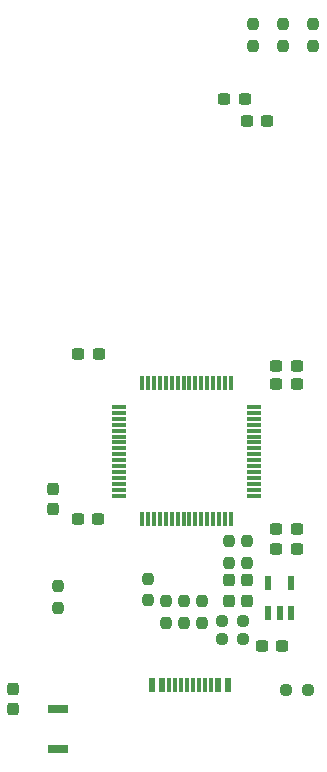
<source format=gbr>
%TF.GenerationSoftware,KiCad,Pcbnew,7.0.9*%
%TF.CreationDate,2023-12-16T00:26:42+09:00*%
%TF.ProjectId,STM32F405_dev_board,53544d33-3246-4343-9035-5f6465765f62,1.0.0*%
%TF.SameCoordinates,Original*%
%TF.FileFunction,Paste,Top*%
%TF.FilePolarity,Positive*%
%FSLAX46Y46*%
G04 Gerber Fmt 4.6, Leading zero omitted, Abs format (unit mm)*
G04 Created by KiCad (PCBNEW 7.0.9) date 2023-12-16 00:26:42*
%MOMM*%
%LPD*%
G01*
G04 APERTURE LIST*
G04 Aperture macros list*
%AMRoundRect*
0 Rectangle with rounded corners*
0 $1 Rounding radius*
0 $2 $3 $4 $5 $6 $7 $8 $9 X,Y pos of 4 corners*
0 Add a 4 corners polygon primitive as box body*
4,1,4,$2,$3,$4,$5,$6,$7,$8,$9,$2,$3,0*
0 Add four circle primitives for the rounded corners*
1,1,$1+$1,$2,$3*
1,1,$1+$1,$4,$5*
1,1,$1+$1,$6,$7*
1,1,$1+$1,$8,$9*
0 Add four rect primitives between the rounded corners*
20,1,$1+$1,$2,$3,$4,$5,0*
20,1,$1+$1,$4,$5,$6,$7,0*
20,1,$1+$1,$6,$7,$8,$9,0*
20,1,$1+$1,$8,$9,$2,$3,0*%
G04 Aperture macros list end*
%ADD10RoundRect,0.237500X0.300000X0.237500X-0.300000X0.237500X-0.300000X-0.237500X0.300000X-0.237500X0*%
%ADD11RoundRect,0.237500X-0.237500X0.250000X-0.237500X-0.250000X0.237500X-0.250000X0.237500X0.250000X0*%
%ADD12R,1.700000X0.800000*%
%ADD13RoundRect,0.237500X0.237500X-0.250000X0.237500X0.250000X-0.237500X0.250000X-0.237500X-0.250000X0*%
%ADD14R,1.200000X0.300000*%
%ADD15R,0.300000X1.200000*%
%ADD16RoundRect,0.237500X-0.237500X0.287500X-0.237500X-0.287500X0.237500X-0.287500X0.237500X0.287500X0*%
%ADD17RoundRect,0.237500X0.237500X-0.300000X0.237500X0.300000X-0.237500X0.300000X-0.237500X-0.300000X0*%
%ADD18R,0.600000X1.250000*%
%ADD19R,0.300000X1.250000*%
%ADD20RoundRect,0.237500X-0.250000X-0.237500X0.250000X-0.237500X0.250000X0.237500X-0.250000X0.237500X0*%
%ADD21RoundRect,0.237500X0.250000X0.237500X-0.250000X0.237500X-0.250000X-0.237500X0.250000X-0.237500X0*%
%ADD22R,0.600000X1.200000*%
%ADD23RoundRect,0.237500X-0.300000X-0.237500X0.300000X-0.237500X0.300000X0.237500X-0.300000X0.237500X0*%
G04 APERTURE END LIST*
D10*
%TO.C,C4*%
X153582500Y-130120000D03*
X151857500Y-130120000D03*
%TD*%
D11*
%TO.C,R6*%
X150622000Y-121261500D03*
X150622000Y-123086500D03*
%TD*%
%TO.C,R5*%
X142240000Y-124460000D03*
X142240000Y-126285000D03*
%TD*%
D12*
%TO.C,S1*%
X134620000Y-135460000D03*
X134620000Y-138860000D03*
%TD*%
D13*
%TO.C,R13*%
X143764000Y-128166500D03*
X143764000Y-126341500D03*
%TD*%
D10*
%TO.C,C3*%
X152312500Y-85670000D03*
X150587500Y-85670000D03*
%TD*%
D14*
%TO.C,U1*%
X139715800Y-109915000D03*
X139715800Y-110415000D03*
X139715800Y-110915000D03*
X139715800Y-111415000D03*
X139715800Y-111915000D03*
X139715800Y-112415000D03*
X139715800Y-112915000D03*
X139715800Y-113415000D03*
X139715800Y-113915000D03*
X139715800Y-114415000D03*
X139715800Y-114915000D03*
X139715800Y-115415000D03*
X139715800Y-115915000D03*
X139715800Y-116415000D03*
X139715800Y-116915000D03*
X139715800Y-117415000D03*
D15*
X141715800Y-119415000D03*
X142215800Y-119415000D03*
X142715800Y-119415000D03*
X143215800Y-119415000D03*
X143715800Y-119415000D03*
X144215800Y-119415000D03*
X144715800Y-119415000D03*
X145215800Y-119415000D03*
X145715800Y-119415000D03*
X146215800Y-119415000D03*
X146715800Y-119415000D03*
X147215800Y-119415000D03*
X147715800Y-119415000D03*
X148215800Y-119415000D03*
X148715800Y-119415000D03*
X149215800Y-119415000D03*
D14*
X151215800Y-117415000D03*
X151215800Y-116915000D03*
X151215800Y-116415000D03*
X151215800Y-115915000D03*
X151215800Y-115415000D03*
X151215800Y-114915000D03*
X151215800Y-114415000D03*
X151215800Y-113915000D03*
X151215800Y-113415000D03*
X151215800Y-112915000D03*
X151215800Y-112415000D03*
X151215800Y-111915000D03*
X151215800Y-111415000D03*
X151215800Y-110915000D03*
X151215800Y-110415000D03*
X151215800Y-109915000D03*
D15*
X149215800Y-107915000D03*
X148715800Y-107915000D03*
X148215800Y-107915000D03*
X147715800Y-107915000D03*
X147215800Y-107915000D03*
X146715800Y-107915000D03*
X146215800Y-107915000D03*
X145715800Y-107915000D03*
X145215800Y-107915000D03*
X144715800Y-107915000D03*
X144215800Y-107915000D03*
X143715800Y-107915000D03*
X143215800Y-107915000D03*
X142715800Y-107915000D03*
X142215800Y-107915000D03*
X141715800Y-107915000D03*
%TD*%
D11*
%TO.C,R12*%
X149098000Y-121261500D03*
X149098000Y-123086500D03*
%TD*%
D16*
%TO.C,D1*%
X150622000Y-124601000D03*
X150622000Y-126351000D03*
%TD*%
D17*
%TO.C,C16*%
X134137400Y-118540700D03*
X134137400Y-116815700D03*
%TD*%
%TO.C,C10*%
X130810000Y-135482500D03*
X130810000Y-133757500D03*
%TD*%
D18*
%TO.C,J6*%
X142558000Y-133482000D03*
X143358000Y-133482000D03*
D19*
X144508000Y-133482000D03*
X145508000Y-133482000D03*
X146008000Y-133482000D03*
X147008000Y-133482000D03*
D18*
X148158000Y-133482000D03*
X148958000Y-133482000D03*
D19*
X147508000Y-133482000D03*
X146508000Y-133482000D03*
X145008000Y-133482000D03*
X144008000Y-133482000D03*
%TD*%
D20*
%TO.C,R14*%
X153900500Y-133858000D03*
X155725500Y-133858000D03*
%TD*%
D21*
%TO.C,R1*%
X150264500Y-129540000D03*
X148439500Y-129540000D03*
%TD*%
D16*
%TO.C,D2*%
X149098000Y-124601000D03*
X149098000Y-126351000D03*
%TD*%
D22*
%TO.C,PS1*%
X152405000Y-127341000D03*
X153355000Y-127341000D03*
X154305000Y-127341000D03*
X154305000Y-124841000D03*
X152405000Y-124841000D03*
%TD*%
D13*
%TO.C,R4*%
X134620000Y-126920000D03*
X134620000Y-125095000D03*
%TD*%
%TO.C,R7*%
X146812000Y-128166500D03*
X146812000Y-126341500D03*
%TD*%
D10*
%TO.C,C14*%
X154786500Y-106400600D03*
X153061500Y-106400600D03*
%TD*%
%TO.C,C6*%
X154786500Y-121920000D03*
X153061500Y-121920000D03*
%TD*%
%TO.C,C2*%
X150402500Y-83820000D03*
X148677500Y-83820000D03*
%TD*%
D11*
%TO.C,R10*%
X151130000Y-77482500D03*
X151130000Y-79307500D03*
%TD*%
D10*
%TO.C,C9*%
X154785400Y-107950000D03*
X153060400Y-107950000D03*
%TD*%
D23*
%TO.C,C13*%
X136246700Y-119405400D03*
X137971700Y-119405400D03*
%TD*%
D11*
%TO.C,R9*%
X156210000Y-77482500D03*
X156210000Y-79307500D03*
%TD*%
%TO.C,R11*%
X153670000Y-77482500D03*
X153670000Y-79307500D03*
%TD*%
D13*
%TO.C,R3*%
X145288000Y-128166500D03*
X145288000Y-126341500D03*
%TD*%
D23*
%TO.C,C8*%
X136297500Y-105410000D03*
X138022500Y-105410000D03*
%TD*%
D10*
%TO.C,C18*%
X154786500Y-120269000D03*
X153061500Y-120269000D03*
%TD*%
D21*
%TO.C,R2*%
X150264500Y-128016000D03*
X148439500Y-128016000D03*
%TD*%
M02*

</source>
